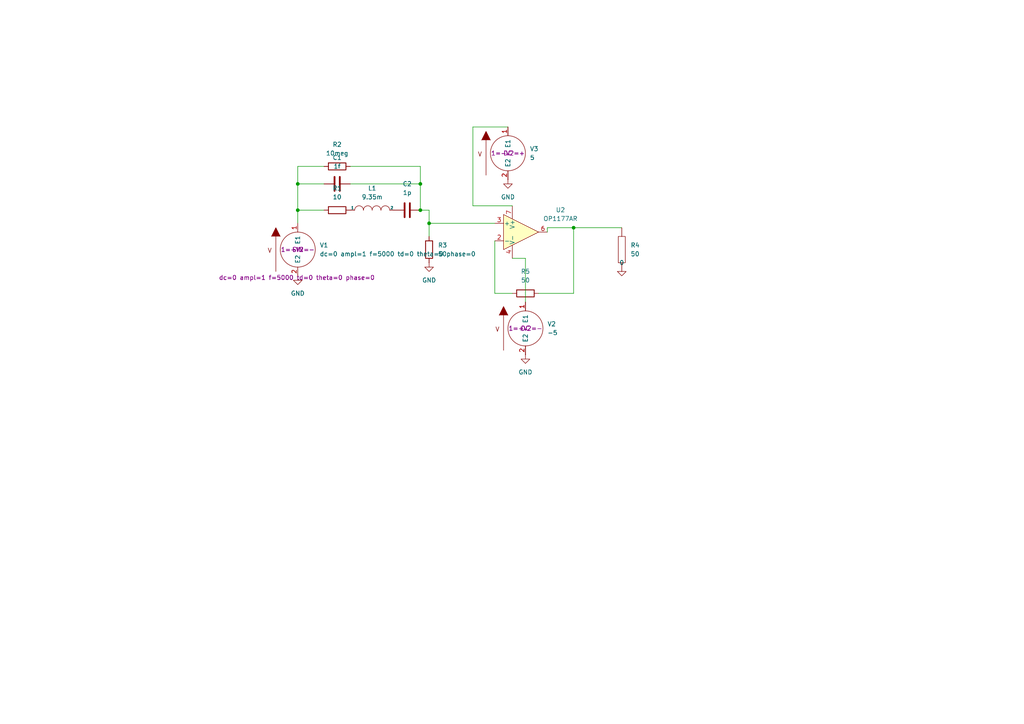
<source format=kicad_sch>
(kicad_sch (version 20250114) (generator "eeschema") (generator_version "9.0")
  (paper "A4")
  (lib_symbols
    (symbol "Amplifier_Operational:OP1177AR" (pin_names (offset 0.127))
      (property "Reference" "U" (at 5.08 5.08 0))
      (property "Value" "OP1177AR" (at 7.62 2.54 0))
      (symbol "OP1177AR_0_1"
        (polyline (pts (xy -5.08 5.08) (xy -5.08 -5.08) (xy 5.08 0) (xy -5.08 5.08)) (fill (type background)))
      )
      (symbol "OP1177AR_1_1"
        (pin input line (at -7.62 2.54 0) (length 2.54) (name "+") (number "3"))
        (pin input line (at -7.62 -2.54 0) (length 2.54) (name "-") (number "2"))
        (pin no_connect line (at -5.08 0 0) (length 3.81) (hide yes) (name "NC") (number "1"))
        (pin power_in line (at -2.54 7.62 270) (length 3.81) (name "V+") (number "7"))
        (pin power_in line (at -2.54 -7.62 90) (length 3.81) (name "V-") (number "4"))
        (pin no_connect line (at 0 2.54 270) (length 3.81) (hide yes) (name "NC") (number "8"))
        (pin no_connect line (at 0 -2.54 90) (length 3.81) (hide yes) (name "NC") (number "5"))
        (pin output line (at 7.62 0 180) (length 2.54) (name "~") (number "6"))
      )
    )
    (symbol "Device:C" (pin_numbers (hide yes)) (pin_names (offset 0.254))
      (property "Reference" "C" (at 0.635 2.54 0))
      (property "Value" "C" (at 0.635 -2.54 0))
      (symbol "C_0_1"
        (polyline (pts (xy -2.032 0.762) (xy 2.032 0.762)) (stroke (width 0.508)))
        (polyline (pts (xy -2.032 -0.762) (xy 2.032 -0.762)) (stroke (width 0.508)))
      )
      (symbol "C_1_1"
        (pin passive line (at 0 3.81 270) (length 2.794) (name "~") (number "1"))
        (pin passive line (at 0 -3.81 90) (length 2.794) (name "~") (number "2"))
      )
    )
    (symbol "Device:R" (pin_numbers (hide yes)) (pin_names (offset 0))
      (property "Reference" "R" (at 2.032 0 90))
      (property "Value" "R" (at 0 0 90))
      (symbol "R_0_1"
        (rectangle (start -1.016 -2.54) (end 1.016 2.54) (stroke (width 0.254)))
      )
      (symbol "R_1_1"
        (pin passive line (at 0 3.81 270) (length 1.27) (name "~") (number "1"))
        (pin passive line (at 0 -3.81 90) (length 1.27) (name "~") (number "2"))
      )
    )
    (symbol "power:GND" (power) (pin_numbers (hide yes)) (pin_names (offset 0) (hide yes))
      (property "Value" "GND" (at 0 -3.81 0))
      (symbol "GND_0_1"
        (polyline (pts (xy 0 0) (xy 0 -1.27) (xy 1.27 -1.27) (xy 0 -2.54) (xy -1.27 -1.27) (xy 0 -1.27)))
      )
      (symbol "GND_1_1"
        (pin power_in line (at 0 0 270) (length 0) (name "~") (number "1"))
      )
    )
    (symbol "pspice:0" (power) (pin_names (offset 0))
      (property "Value" "0" (at 0 -1.778 0))
      (symbol "0_0_1"
        (polyline (pts (xy -1.27 0) (xy 0 -1.27) (xy 1.27 0) (xy -1.27 0)))
      )
      (symbol "0_1_1"
        (pin power_in line (at 0 0 0) (length 0) (hide yes) (name "0") (number "1"))
      )
    )
    (symbol "pspice:INDUCTOR" (pin_numbers (hide yes)) (pin_names (offset 0))
      (property "Reference" "L" (at 0 2.54 0))
      (property "Value" "INDUCTOR" (at 0 -1.27 0))
      (symbol "INDUCTOR_0_1"
        (arc (start -5.08 0) (mid -3.81 1.27) (end -2.54 0))
        (arc (start -2.54 0) (mid -1.27 1.27) (end 0 0))
        (arc (start 0 0) (mid 1.27 1.27) (end 2.54 0))
        (arc (start 2.54 0) (mid 3.81 1.27) (end 5.08 0))
      )
      (symbol "INDUCTOR_1_1"
        (pin input line (at -6.35 0 0) (length 1.27) (name "1") (number "1"))
        (pin input line (at 6.35 0 180) (length 1.27) (name "2") (number "2"))
      )
    )
    (symbol "pspice:R" (pin_numbers (hide yes)) (pin_names (offset 0))
      (property "Reference" "R" (at 2.032 0 90))
      (property "Value" "R" (at 0 0 90))
      (symbol "R_0_1"
        (rectangle (start -1.016 3.81) (end 1.016 -3.81))
      )
      (symbol "R_1_1"
        (pin passive line (at 0 6.35 270) (length 2.54) (name "~") (number "1"))
        (pin passive line (at 0 -6.35 90) (length 2.54) (name "~") (number "2"))
      )
    )
    (symbol "pspice:VSOURCE" (pin_names (offset 1.016))
      (property "Reference" "V" (at -6.35 7.62 0))
      (property "Value" "VSOURCE" (at 0 0 0))
      (symbol "VSOURCE_0_1"
        (polyline (pts (xy -7.62 3.81) (xy -6.35 6.35) (xy -5.08 3.81)) (fill (type outline)))
        (polyline (pts (xy -6.35 -6.35) (xy -6.35 3.81)) (fill (type outline)))
        (circle (center 0 0) (radius 5.08))
        (text "V" (at -8.128 -0.254 0) (effects (font (size 1.27 1.27))))
      )
      (symbol "VSOURCE_1_1"
        (pin input line (at 0 7.62 270) (length 2.54) (name "E1") (number "1"))
        (pin input line (at 0 -7.62 90) (length 2.54) (name "E2") (number "2"))
      )
    )
  )
  (junction (at 121.92 53.34))
  (junction (at 86.36 53.34))
  (junction (at 86.36 60.96))
  (junction (at 121.92 60.96))
  (junction (at 124.46 64.77))
  (junction (at 166.37 66.04))
  (wire (pts (xy 143.51 69.85) (xy 143.51 85.09)))
  (wire (pts (xy 101.6 53.34) (xy 121.92 53.34)))
  (wire (pts (xy 124.46 60.96) (xy 121.92 60.96)))
  (wire (pts (xy 143.51 64.77) (xy 124.46 64.77)))
  (wire (pts (xy 137.16 36.83) (xy 137.16 59.69)))
  (wire (pts (xy 166.37 66.04) (xy 166.37 85.09)))
  (wire (pts (xy 166.37 66.04) (xy 158.75 66.04)))
  (wire (pts (xy 158.75 66.04) (xy 158.75 67.31)))
  (wire (pts (xy 86.36 48.26) (xy 86.36 53.34)))
  (wire (pts (xy 124.46 60.96) (xy 124.46 64.77)))
  (wire (pts (xy 124.46 64.77) (xy 124.46 68.58)))
  (wire (pts (xy 86.36 53.34) (xy 93.98 53.34)))
  (wire (pts (xy 137.16 59.69) (xy 148.59 59.69)))
  (wire (pts (xy 147.32 36.83) (xy 137.16 36.83)))
  (wire (pts (xy 86.36 60.96) (xy 86.36 64.77)))
  (wire (pts (xy 121.92 53.34) (xy 121.92 48.26)))
  (wire (pts (xy 86.36 53.34) (xy 86.36 60.96)))
  (wire (pts (xy 93.98 48.26) (xy 86.36 48.26)))
  (wire (pts (xy 180.34 66.04) (xy 166.37 66.04)))
  (wire (pts (xy 121.92 48.26) (xy 101.6 48.26)))
  (wire (pts (xy 152.4 87.63) (xy 152.4 74.93)))
  (wire (pts (xy 93.98 60.96) (xy 86.36 60.96)))
  (wire (pts (xy 143.51 85.09) (xy 148.59 85.09)))
  (wire (pts (xy 156.21 85.09) (xy 166.37 85.09)))
  (wire (pts (xy 152.4 74.93) (xy 148.59 74.93)))
  (wire (pts (xy 121.92 60.96) (xy 121.92 53.34)))
  (symbol (lib_id "pspice:VSOURCE") (at 147.32 44.45 0) (unit 1)
    (property "Reference" "V3" (at 153.67 43.1799 0) (effects (justify left)))
    (property "Value" "5" (at 153.67 45.7199 0) (effects (justify left)))
    (property "Description" "Voltage source symbol for simulation only" (effects (hide yes)))
    (property "Sim.Device" "V" (at 147.32 44.45 0))
    (property "Sim.Type" "DC" (at 147.32 44.45 0))
    (property "Sim.Pins" "1=- 2=+" (at 147.32 44.45 0))
  )
  (symbol (lib_id "Device:R") (at 152.4 85.09 270) (unit 1)
    (property "Reference" "R5" (at 152.4 78.74 90))
    (property "Value" "50" (at 152.4 81.28 90))
    (property "Description" "Resistor" (effects (hide yes)))
  )
  (symbol (lib_id "power:GND") (at 152.4 102.87 0) (unit 1)
    (property "Reference" "#PWR03" (effects (hide yes)))
    (property "Value" "GND" (at 152.4 107.95 0))
    (property "Description" "Power symbol creates a global label with name \"GND\" , ground" (effects (hide yes)))
  )
  (symbol (lib_id "Device:R") (at 97.79 48.26 270) (unit 1)
    (property "Reference" "R2" (at 97.79 41.91 90))
    (property "Value" "10meg" (at 97.79 44.45 90))
    (property "Description" "Resistor" (effects (hide yes)))
  )
  (symbol (lib_id "power:GND") (at 124.46 76.2 0) (unit 1)
    (property "Reference" "#PWR02" (effects (hide yes)))
    (property "Value" "GND" (at 124.46 81.28 0))
    (property "Description" "Power symbol creates a global label with name \"GND\" , ground" (effects (hide yes)))
  )
  (symbol (lib_id "Amplifier_Operational:OP1177AR") (at 151.13 67.31 0) (unit 1)
    (property "Reference" "U2" (at 162.56 60.8898 0))
    (property "Value" "OP1177AR" (at 162.56 63.4298 0))
    (property "Footprint" "Package_SO:SOIC-8_3.9x4.9mm_P1.27mm" (effects (hide yes)))
    (property "Datasheet" "https://www.analog.com/media/en/technical-documentation/data-sheets/OP1177_2177_4177.pdf" (effects (hide yes)))
    (property "Description" "Precision Low Noise, Low Input Bias Current Operational Amplifier, SOIC-8" (effects (hide yes)))
    (property "Sim.Library" "ao.mod" (effects (hide yes)))
    (property "Sim.Name" "opamp" (effects (hide yes)))
    (property "Sim.Device" "SUBCKT" (effects (hide yes)))
    (property "Sim.Pins" "2=2 3=1 6=3" (effects (hide yes)))
  )
  (symbol (lib_id "Device:R") (at 124.46 72.39 180) (unit 1)
    (property "Reference" "R3" (at 127 71.1199 0) (effects (justify right)))
    (property "Value" "50" (at 127 73.6599 0) (effects (justify right)))
    (property "Description" "Resistor" (effects (hide yes)))
  )
  (symbol (lib_id "pspice:0") (at 180.34 78.74 0) (unit 1)
    (property "Reference" "#GND01" (effects (hide yes)))
    (property "Value" "0" (at 180.34 76.2 0))
    (property "Description" "0V reference potential for simulation" (effects (hide yes)))
  )
  (symbol (lib_id "power:GND") (at 86.36 80.01 0) (unit 1)
    (property "Reference" "#PWR01" (effects (hide yes)))
    (property "Value" "GND" (at 86.36 85.09 0))
    (property "Description" "Power symbol creates a global label with name \"GND\" , ground" (effects (hide yes)))
  )
  (symbol (lib_id "power:GND") (at 147.32 52.07 0) (unit 1)
    (property "Reference" "#PWR04" (effects (hide yes)))
    (property "Value" "GND" (at 147.32 57.15 0))
    (property "Description" "Power symbol creates a global label with name \"GND\" , ground" (effects (hide yes)))
  )
  (symbol (lib_id "Device:C") (at 97.79 53.34 270) (unit 1)
    (property "Reference" "C1" (at 97.79 45.72 90))
    (property "Value" "1f" (at 97.79 48.26 90))
    (property "Description" "Unpolarized capacitor" (effects (hide yes)))
  )
  (symbol (lib_id "pspice:INDUCTOR") (at 107.95 60.96 0) (unit 1)
    (property "Reference" "L1" (at 107.95 54.61 0))
    (property "Value" "9.35m" (at 107.95 57.15 0))
    (property "Description" "Inductor symbol for simulation only" (effects (hide yes)))
  )
  (symbol (lib_id "pspice:R") (at 180.34 72.39 0) (unit 1)
    (property "Reference" "R4" (at 182.88 71.1199 0) (effects (justify left)))
    (property "Value" "50" (at 182.88 73.6599 0) (effects (justify left)))
    (property "Description" "Resistor symbol for simulation only" (effects (hide yes)))
  )
  (symbol (lib_id "pspice:VSOURCE") (at 86.36 72.39 0) (unit 1)
    (property "Reference" "V1" (at 92.71 71.1199 0) (effects (justify left)))
    (property "Value" "${SIM.PARAMS}" (at 92.71 73.6599 0) (effects (justify left)))
    (property "Description" "Voltage source symbol for simulation only" (effects (hide yes)))
    (property "Sim.Device" "V" (at 86.36 72.39 0))
    (property "Sim.Type" "SIN" (at 86.36 72.39 0))
    (property "Sim.Params" "dc=0 ampl=1 f=5000 td=0 theta=0 phase=0" (at 86.106 80.518 0))
    (property "Sim.Pins" "1=+ 2=-" (at 86.36 72.39 0))
  )
  (symbol (lib_id "Device:C") (at 118.11 60.96 270) (unit 1)
    (property "Reference" "C2" (at 118.11 53.34 90))
    (property "Value" "1p" (at 118.11 55.88 90))
    (property "Description" "Unpolarized capacitor" (effects (hide yes)))
  )
  (symbol (lib_id "Device:R") (at 97.79 60.96 270) (unit 1)
    (property "Reference" "R1" (at 97.79 54.61 90))
    (property "Value" "10" (at 97.79 57.15 90))
    (property "Description" "Resistor" (effects (hide yes)))
  )
  (symbol (lib_id "pspice:VSOURCE") (at 152.4 95.25 0) (unit 1)
    (property "Reference" "V2" (at 158.75 93.9799 0) (effects (justify left)))
    (property "Value" "-5" (at 158.75 96.5199 0) (effects (justify left)))
    (property "Description" "Voltage source symbol for simulation only" (effects (hide yes)))
    (property "Sim.Device" "V" (at 152.4 95.25 0))
    (property "Sim.Type" "DC" (at 152.4 95.25 0))
    (property "Sim.Pins" "1=+ 2=-" (at 152.4 95.25 0))
  )
)
</source>
